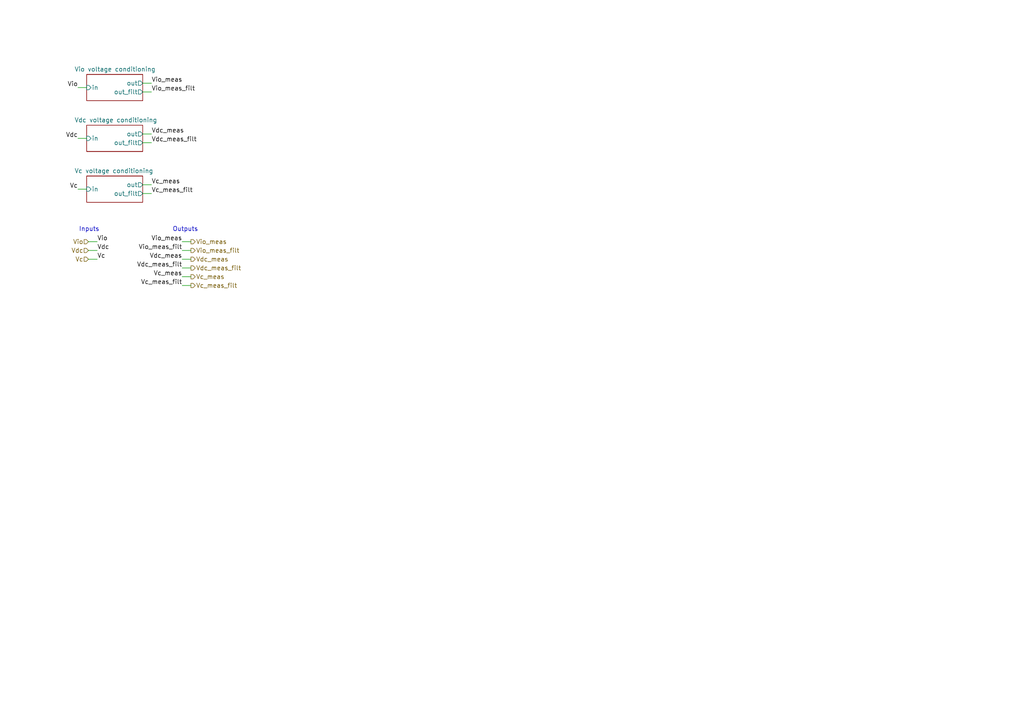
<source format=kicad_sch>
(kicad_sch (version 20211123) (generator eeschema)
  (paper "A4")
  (lib_symbols)
  (wire (pts (xy 22.606 54.864) (xy 25.146 54.864)))
  (wire (pts (xy 52.832 70.104) (xy 55.372 70.104)))
  (wire (pts (xy 41.402 38.862) (xy 43.942 38.862)))
  (wire (pts (xy 28.194 72.644) (xy 25.654 72.644)))
  (wire (pts (xy 41.402 26.67) (xy 43.942 26.67)))
  (wire (pts (xy 28.194 75.184) (xy 25.654 75.184)))
  (wire (pts (xy 52.832 75.184) (xy 55.372 75.184)))
  (wire (pts (xy 52.832 77.724) (xy 55.372 77.724)))
  (wire (pts (xy 22.606 25.4) (xy 25.146 25.4)))
  (wire (pts (xy 41.402 41.402) (xy 43.942 41.402)))
  (wire (pts (xy 41.402 56.134) (xy 43.942 56.134)))
  (wire (pts (xy 41.402 53.594) (xy 43.942 53.594)))
  (wire (pts (xy 22.606 40.132) (xy 25.146 40.132)))
  (wire (pts (xy 52.832 82.804) (xy 55.372 82.804)))
  (wire (pts (xy 28.194 70.104) (xy 25.654 70.104)))
  (wire (pts (xy 41.402 24.13) (xy 43.942 24.13)))
  (wire (pts (xy 52.832 80.264) (xy 55.372 80.264)))
  (wire (pts (xy 52.832 72.644) (xy 55.372 72.644)))
  (text "Outputs" (at 50.038 67.31 0) (effects (font (size 1.27 1.27)) (justify left bottom)))
  (text "Inputs\n" (at 22.86 67.31 0) (effects (font (size 1.27 1.27)) (justify left bottom)))
  (label "Vdc" (at 22.606 40.132 180))
  (label "Vio_meas" (at 52.832 70.104 180))
  (label "Vc_meas_filt" (at 52.832 82.804 180))
  (label "Vdc_meas_filt" (at 52.832 77.724 180))
  (label "Vc" (at 22.606 54.864 180))
  (label "Vdc" (at 28.194 72.644 0))
  (label "Vc_meas_filt" (at 43.942 56.134 0))
  (label "Vio_meas" (at 43.942 24.13 0))
  (label "Vio" (at 28.194 70.104 0))
  (label "Vio_meas_filt" (at 43.942 26.67 0))
  (label "Vc_meas" (at 43.942 53.594 0))
  (label "Vio" (at 22.606 25.4 180))
  (label "Vc" (at 28.194 75.184 0))
  (label "Vc_meas" (at 52.832 80.264 180))
  (label "Vdc_meas_filt" (at 43.942 41.402 0))
  (label "Vio_meas_filt" (at 52.832 72.644 180))
  (label "Vdc_meas" (at 43.942 38.862 0))
  (label "Vdc_meas" (at 52.832 75.184 180))
  (hierarchical_label "Vc" (shape input) (at 25.654 75.184 180))
  (hierarchical_label "Vdc_meas" (shape output) (at 55.372 75.184 0))
  (hierarchical_label "Vio_meas" (shape output) (at 55.372 70.104 0))
  (hierarchical_label "Vdc_meas_filt" (shape output) (at 55.372 77.724 0))
  (hierarchical_label "Vio_meas_filt" (shape output) (at 55.372 72.644 0))
  (hierarchical_label "Vc_meas" (shape output) (at 55.372 80.264 0))
  (hierarchical_label "Vdc" (shape input) (at 25.654 72.644 180))
  (hierarchical_label "Vio" (shape input) (at 25.654 70.104 180))
  (hierarchical_label "Vc_meas_filt" (shape output) (at 55.372 82.804 0))
  (sheet (at 25.146 51.054) (size 16.256 7.62) (stroke (width 0.1524))
    (property "Sheet name" "Vc voltage conditioning" (at 21.59 50.292 0) (effects (justify left bottom)))
    (property "Sheet file" "volt_cond.kicad_sch" (effects hide))
    (pin "out" output (at 41.402 53.594 0))
    (pin "out_filt" output (at 41.402 56.134 0))
    (pin "in" input (at 25.146 54.864 180))
  )
  (sheet (at 25.146 36.322) (size 16.256 7.62) (stroke (width 0.1524))
    (property "Sheet name" "Vdc voltage conditioning" (at 21.59 35.56 0) (effects (justify left bottom)))
    (property "Sheet file" "volt_cond.kicad_sch" (effects hide))
    (pin "out" output (at 41.402 38.862 0))
    (pin "out_filt" output (at 41.402 41.402 0))
    (pin "in" input (at 25.146 40.132 180))
  )
  (sheet (at 25.146 21.59) (size 16.256 7.62) (stroke (width 0.1524))
    (property "Sheet name" "Vio voltage conditioning" (at 21.59 20.828 0) (effects (justify left bottom)))
    (property "Sheet file" "volt_cond.kicad_sch" (effects hide))
    (pin "out" output (at 41.402 24.13 0))
    (pin "out_filt" output (at 41.402 26.67 0))
    (pin "in" input (at 25.146 25.4 180))
  )
)
</source>
